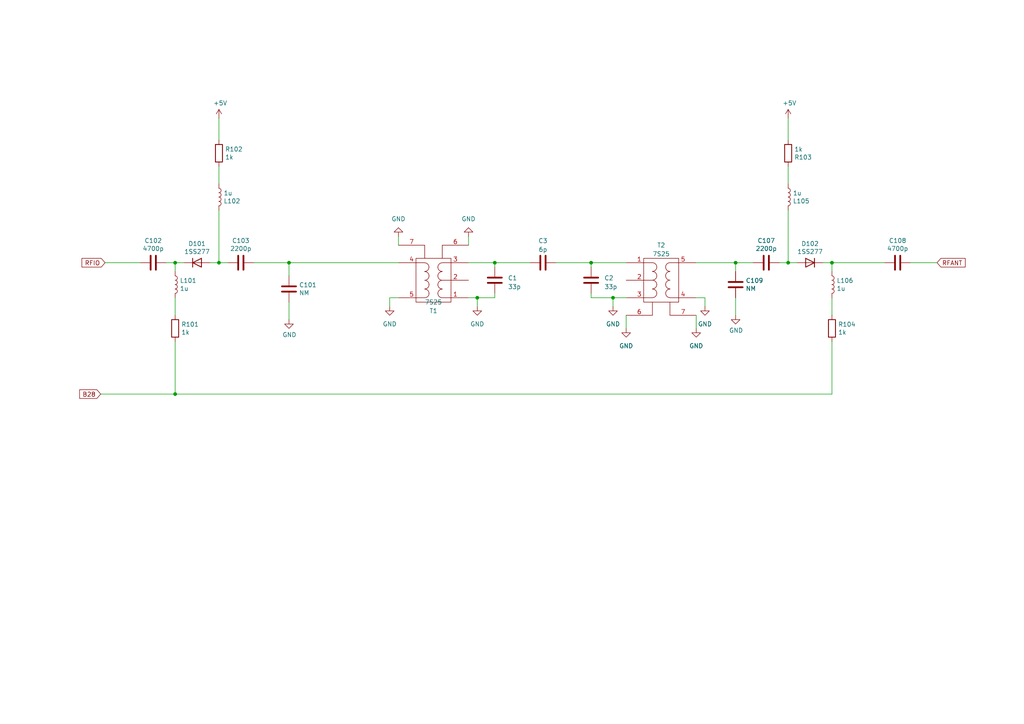
<source format=kicad_sch>
(kicad_sch (version 20230121) (generator eeschema)
  (paper "A4")
  (title_block (title "FM QRP TRCV") (date "2022-03-12") (rev "1") (company "JK1MLY / PRUG"))
  (lib_symbols
    (symbol "Device:C" (pin_numbers hide) (pin_names (offset 0.254))
      (property "Reference" "C" (at 0.635 2.54 0))
      (property "Value" "C" (at 0.635 -2.54 0))
      (symbol "C_0_1"
        (polyline (pts (xy -2.032 -0.762) (xy 2.032 -0.762)) (stroke (width 0.508)))
        (polyline (pts (xy -2.032 0.762) (xy 2.032 0.762)) (stroke (width 0.508)))
      )
      (symbol "C_1_1"
        (pin passive line (at 0 3.81 270) (length 2.794) (name "~") (number "1"))
        (pin passive line (at 0 -3.81 90) (length 2.794) (name "~") (number "2"))
      )
    )
    (symbol "Device:D" (pin_numbers hide) (pin_names (offset 1.016) hide)
      (property "Reference" "D" (at 0 2.54 0))
      (property "Value" "D" (at 0 -2.54 0))
      (symbol "D_0_1"
        (polyline (pts (xy -1.27 1.27) (xy -1.27 -1.27)) (stroke (width 0.254)))
        (polyline (pts (xy 1.27 0) (xy -1.27 0)))
        (polyline (pts (xy 1.27 1.27) (xy 1.27 -1.27) (xy -1.27 0) (xy 1.27 1.27)) (stroke (width 0.254)))
      )
      (symbol "D_1_1"
        (pin passive line (at -3.81 0 0) (length 2.54) (name "K") (number "1"))
        (pin passive line (at 3.81 0 180) (length 2.54) (name "A") (number "2"))
      )
    )
    (symbol "Device:L" (pin_numbers hide) (pin_names (offset 1.016) hide)
      (property "Reference" "L" (at -1.27 0 90))
      (property "Value" "L" (at 1.905 0 90))
      (symbol "L_0_1"
        (arc (start 0 -2.54) (mid 0.6323 -1.905) (end 0 -1.27))
        (arc (start 0 -1.27) (mid 0.6323 -0.635) (end 0 0))
        (arc (start 0 0) (mid 0.6323 0.635) (end 0 1.27))
        (arc (start 0 1.27) (mid 0.6323 1.905) (end 0 2.54))
      )
      (symbol "L_1_1"
        (pin passive line (at 0 3.81 270) (length 1.27) (name "1") (number "1"))
        (pin passive line (at 0 -3.81 90) (length 1.27) (name "2") (number "2"))
      )
    )
    (symbol "Device:R" (pin_numbers hide) (pin_names (offset 0))
      (property "Reference" "R" (at 2.032 0 90))
      (property "Value" "R" (at 0 0 90))
      (symbol "R_0_1"
        (rectangle (start -1.016 -2.54) (end 1.016 2.54) (stroke (width 0.254)))
      )
      (symbol "R_1_1"
        (pin passive line (at 0 3.81 270) (length 1.27) (name "~") (number "1"))
        (pin passive line (at 0 -3.81 90) (length 1.27) (name "~") (number "2"))
      )
    )
    (symbol "GND_10" (power) (pin_names (offset 0))
      (property "Value" "GND_10" (at 0 -3.81 0))
      (symbol "GND_10_0_1"
        (polyline (pts (xy 0 0) (xy 0 -1.27) (xy 1.27 -1.27) (xy 0 -2.54) (xy -1.27 -1.27) (xy 0 -1.27)))
      )
      (symbol "GND_10_1_1"
        (pin power_in line (at 0 0 270) (length 0) hide (name "GND") (number "1"))
      )
    )
    (symbol "GND_11" (power) (pin_names (offset 0))
      (property "Value" "GND_11" (at 0 -3.81 0))
      (symbol "GND_11_0_1"
        (polyline (pts (xy 0 0) (xy 0 -1.27) (xy 1.27 -1.27) (xy 0 -2.54) (xy -1.27 -1.27) (xy 0 -1.27)))
      )
      (symbol "GND_11_1_1"
        (pin power_in line (at 0 0 270) (length 0) hide (name "GND") (number "1"))
      )
    )
    (symbol "GND_14" (power) (pin_names (offset 0))
      (property "Value" "GND_14" (at 0 -3.81 0))
      (symbol "GND_14_0_1"
        (polyline (pts (xy 0 0) (xy 0 -1.27) (xy 1.27 -1.27) (xy 0 -2.54) (xy -1.27 -1.27) (xy 0 -1.27)))
      )
      (symbol "GND_14_1_1"
        (pin power_in line (at 0 0 270) (length 0) hide (name "GND") (number "1"))
      )
    )
    (symbol "GND_2" (power) (pin_names (offset 0))
      (property "Value" "GND_2" (at 0 -3.81 0))
      (symbol "GND_2_0_1"
        (polyline (pts (xy 0 0) (xy 0 -1.27) (xy 1.27 -1.27) (xy 0 -2.54) (xy -1.27 -1.27) (xy 0 -1.27)))
      )
      (symbol "GND_2_1_1"
        (pin power_in line (at 0 0 270) (length 0) hide (name "GND") (number "1"))
      )
    )
    (symbol "GND_3" (power) (pin_names (offset 0))
      (property "Value" "GND_3" (at 0 -3.81 0))
      (symbol "GND_3_0_1"
        (polyline (pts (xy 0 0) (xy 0 -1.27) (xy 1.27 -1.27) (xy 0 -2.54) (xy -1.27 -1.27) (xy 0 -1.27)))
      )
      (symbol "GND_3_1_1"
        (pin power_in line (at 0 0 270) (length 0) hide (name "GND") (number "1"))
      )
    )
    (symbol "GND_4" (power) (pin_names (offset 0))
      (property "Value" "GND_4" (at 0 -3.81 0))
      (symbol "GND_4_0_1"
        (polyline (pts (xy 0 0) (xy 0 -1.27) (xy 1.27 -1.27) (xy 0 -2.54) (xy -1.27 -1.27) (xy 0 -1.27)))
      )
      (symbol "GND_4_1_1"
        (pin power_in line (at 0 0 270) (length 0) hide (name "GND") (number "1"))
      )
    )
    (symbol "GND_5" (power) (pin_names (offset 0))
      (property "Value" "GND_5" (at 0 -3.81 0))
      (symbol "GND_5_0_1"
        (polyline (pts (xy 0 0) (xy 0 -1.27) (xy 1.27 -1.27) (xy 0 -2.54) (xy -1.27 -1.27) (xy 0 -1.27)))
      )
      (symbol "GND_5_1_1"
        (pin power_in line (at 0 0 270) (length 0) hide (name "GND") (number "1"))
      )
    )
    (symbol "GND_7" (power) (pin_names (offset 0))
      (property "Value" "GND_7" (at 0 -3.81 0))
      (symbol "GND_7_0_1"
        (polyline (pts (xy 0 0) (xy 0 -1.27) (xy 1.27 -1.27) (xy 0 -2.54) (xy -1.27 -1.27) (xy 0 -1.27)))
      )
      (symbol "GND_7_1_1"
        (pin power_in line (at 0 0 270) (length 0) hide (name "GND") (number "1"))
      )
    )
    (symbol "Usr_Library:Transformer_SP_1S" (pin_names (offset 1.016) hide)
      (property "Reference" "T" (at 0 6.35 0))
      (property "Value" "Transformer_SP_1S" (at 0 -12.7 0))
      (symbol "Transformer_SP_1S_0_1"
        (arc (start -2.54 -5.0546) (mid -1.6599 -4.6901) (end -1.27 -3.81))
        (arc (start -2.54 -2.5146) (mid -1.6599 -2.1501) (end -1.27 -1.27))
        (arc (start -2.54 0.0254) (mid -1.6599 0.3899) (end -1.27 1.27))
        (arc (start -2.54 2.5654) (mid -1.6599 2.9299) (end -1.27 3.81))
        (arc (start -1.27 -3.81) (mid -1.642 -2.912) (end -2.54 -2.54))
        (arc (start -1.27 -1.27) (mid -1.642 -0.372) (end -2.54 0))
        (arc (start -1.27 1.27) (mid -1.642 2.168) (end -2.54 2.54))
        (arc (start -1.27 3.81) (mid -1.642 4.708) (end -2.54 5.08))
        (polyline (pts (xy -2.54 -10.16) (xy -2.54 -6.35)))
        (polyline (pts (xy 2.54 -10.16) (xy 2.54 -6.35)))
        (polyline (pts (xy -5.08 -6.35) (xy 5.08 -6.35) (xy 5.08 6.35) (xy -5.08 6.35) (xy -5.08 -6.35)))
        (arc (start 1.2954 -1.27) (mid 1.6599 -2.1501) (end 2.54 -2.5146))
        (arc (start 1.2954 1.27) (mid 1.6599 0.3899) (end 2.54 0.0254))
        (arc (start 1.2954 3.81) (mid 1.6599 2.9299) (end 2.54 2.5654))
        (arc (start 1.3208 -3.81) (mid 1.6853 -4.6901) (end 2.5654 -5.0546))
        (arc (start 2.54 0) (mid 1.642 -0.372) (end 1.2954 -1.27))
        (arc (start 2.54 2.54) (mid 1.642 2.168) (end 1.2954 1.27))
        (arc (start 2.54 5.08) (mid 1.642 4.708) (end 1.2954 3.81))
        (arc (start 2.5654 -2.54) (mid 1.6674 -2.912) (end 1.3208 -3.81))
      )
      (symbol "Transformer_SP_1S_1_1"
        (pin passive line (at -10.16 5.08 0) (length 7.62) (name "PR1") (number "1"))
        (pin passive line (at -10.16 0 0) (length 7.62) (name "PM") (number "2"))
        (pin passive line (at -10.16 -5.08 0) (length 7.62) (name "PR2") (number "3"))
        (pin passive line (at 10.16 -5.08 180) (length 7.62) (name "S1") (number "4"))
        (pin passive line (at 10.16 5.08 180) (length 7.62) (name "S2") (number "5"))
        (pin passive line (at -10.16 -10.16 0) (length 7.62) (name "G1") (number "6"))
        (pin passive line (at 10.16 -10.16 180) (length 7.62) (name "G2") (number "7"))
      )
    )
    (symbol "power:+5V" (power) (pin_names (offset 0))
      (property "Value" "+5V" (at 0 3.556 0))
      (symbol "+5V_0_1"
        (polyline (pts (xy -0.762 1.27) (xy 0 2.54)))
        (polyline (pts (xy 0 0) (xy 0 2.54)))
        (polyline (pts (xy 0 2.54) (xy 0.762 1.27)))
      )
      (symbol "+5V_1_1"
        (pin power_in line (at 0 0 90) (length 0) hide (name "+5V") (number "1"))
      )
    )
    (symbol "power:GND" (power) (pin_names (offset 0))
      (property "Value" "GND" (at 0 -3.81 0))
      (symbol "GND_0_1"
        (polyline (pts (xy 0 0) (xy 0 -1.27) (xy 1.27 -1.27) (xy 0 -2.54) (xy -1.27 -1.27) (xy 0 -1.27)))
      )
      (symbol "GND_1_1"
        (pin power_in line (at 0 0 270) (length 0) hide (name "GND") (number "1"))
      )
    )
  )
  (junction (at 171.45 76.2))
  (junction (at 228.6 76.2))
  (junction (at 138.43 86.36))
  (junction (at 241.3 76.2))
  (junction (at 177.8 86.36))
  (junction (at 143.51 76.2))
  (junction (at 213.36 76.2))
  (junction (at 83.82 76.2))
  (junction (at 50.8 76.2))
  (junction (at 63.5 76.2))
  (junction (at 50.8 114.3))
  (wire (pts (xy 113.03 86.36) (xy 113.03 88.9)))
  (wire (pts (xy 213.36 78.74) (xy 213.36 76.2)))
  (wire (pts (xy 115.57 68.58) (xy 115.57 71.12)))
  (wire (pts (xy 201.93 76.2) (xy 213.36 76.2)))
  (wire (pts (xy 204.47 88.9) (xy 204.47 86.36)))
  (wire (pts (xy 161.29 76.2) (xy 171.45 76.2)))
  (wire (pts (xy 143.51 76.2) (xy 143.51 77.47)))
  (wire (pts (xy 143.51 86.36) (xy 143.51 85.09)))
  (wire (pts (xy 63.5 60.96) (xy 63.5 76.2)))
  (wire (pts (xy 213.36 76.2) (xy 218.44 76.2)))
  (wire (pts (xy 60.96 76.2) (xy 63.5 76.2)))
  (wire (pts (xy 63.5 48.26) (xy 63.5 53.34)))
  (wire (pts (xy 171.45 86.36) (xy 171.45 85.09)))
  (wire (pts (xy 83.82 87.63) (xy 83.82 92.71)))
  (wire (pts (xy 264.16 76.2) (xy 271.78 76.2)))
  (wire (pts (xy 241.3 99.06) (xy 241.3 114.3)))
  (wire (pts (xy 226.06 76.2) (xy 228.6 76.2)))
  (wire (pts (xy 50.8 114.3) (xy 241.3 114.3)))
  (wire (pts (xy 238.76 76.2) (xy 241.3 76.2)))
  (wire (pts (xy 213.36 86.36) (xy 213.36 91.44)))
  (wire (pts (xy 50.8 76.2) (xy 48.26 76.2)))
  (wire (pts (xy 63.5 76.2) (xy 66.04 76.2)))
  (wire (pts (xy 138.43 86.36) (xy 138.43 88.9)))
  (wire (pts (xy 228.6 48.26) (xy 228.6 53.34)))
  (wire (pts (xy 177.8 86.36) (xy 177.8 88.9)))
  (wire (pts (xy 171.45 76.2) (xy 171.45 77.47)))
  (wire (pts (xy 50.8 76.2) (xy 50.8 78.74)))
  (wire (pts (xy 135.89 68.58) (xy 135.89 71.12)))
  (wire (pts (xy 171.45 76.2) (xy 181.61 76.2)))
  (wire (pts (xy 228.6 34.29) (xy 228.6 40.64)))
  (wire (pts (xy 83.82 76.2) (xy 83.82 80.01)))
  (wire (pts (xy 228.6 76.2) (xy 231.14 76.2)))
  (wire (pts (xy 204.47 86.36) (xy 201.93 86.36)))
  (wire (pts (xy 177.8 86.36) (xy 171.45 86.36)))
  (wire (pts (xy 135.89 76.2) (xy 143.51 76.2)))
  (wire (pts (xy 143.51 76.2) (xy 153.67 76.2)))
  (wire (pts (xy 138.43 86.36) (xy 143.51 86.36)))
  (wire (pts (xy 201.93 91.44) (xy 201.93 95.25)))
  (wire (pts (xy 53.34 76.2) (xy 50.8 76.2)))
  (wire (pts (xy 50.8 114.3) (xy 29.21 114.3)))
  (wire (pts (xy 181.61 86.36) (xy 177.8 86.36)))
  (wire (pts (xy 115.57 86.36) (xy 113.03 86.36)))
  (wire (pts (xy 241.3 86.36) (xy 241.3 91.44)))
  (wire (pts (xy 241.3 76.2) (xy 256.54 76.2)))
  (wire (pts (xy 135.89 86.36) (xy 138.43 86.36)))
  (wire (pts (xy 30.48 76.2) (xy 40.64 76.2)))
  (wire (pts (xy 50.8 86.36) (xy 50.8 91.44)))
  (wire (pts (xy 73.66 76.2) (xy 83.82 76.2)))
  (wire (pts (xy 181.61 91.44) (xy 181.61 95.25)))
  (wire (pts (xy 83.82 76.2) (xy 115.57 76.2)))
  (wire (pts (xy 63.5 34.29) (xy 63.5 40.64)))
  (wire (pts (xy 50.8 99.06) (xy 50.8 114.3)))
  (wire (pts (xy 228.6 60.96) (xy 228.6 76.2)))
  (wire (pts (xy 241.3 76.2) (xy 241.3 78.74)))
  (global_label "B28" (shape input) (at 29.21 114.3 180) (property "Intersheetrefs" "${INTERSHEET_REFS}" (effects hide)))
  (global_label "RFIO" (shape input) (at 30.48 76.2 180) (property "Intersheetrefs" "${INTERSHEET_REFS}" (effects hide)))
  (global_label "RFANT" (shape input) (at 271.78 76.2 0) (property "Intersheetrefs" "${INTERSHEET_REFS}" (effects hide)))
  (symbol (lib_id "Device:D") (at 57.15 76.2 0) (unit 1)
    (property "Reference" "D101" (at 57.15 70.6882 0))
    (property "Value" "1SS277" (at 57.15 72.9996 0))
    (property "Footprint" "Diode_THT:D_A-405_P2.54mm_Vertical_AnodeUp" (effects hide))
    (property "Datasheet" "I-10623" (effects hide))
  )
  (symbol (lib_id "Device:D") (at 234.95 76.2 0) (mirror y) (unit 1)
    (property "Reference" "D102" (at 234.95 70.6882 0))
    (property "Value" "1SS277" (at 234.95 72.9996 0))
    (property "Footprint" "Diode_THT:D_A-405_P2.54mm_Vertical_AnodeUp" (effects hide))
    (property "Datasheet" "I-10623" (effects hide))
  )
  (symbol (lib_id "Device:L") (at 241.3 82.55 0) (unit 1)
    (property "Reference" "L106" (at 242.6462 81.3816 0) (effects (justify left)))
    (property "Value" "1u" (at 242.6462 83.693 0) (effects (justify left)))
    (property "Footprint" "Resistor_THT:R_Axial_DIN0207_L6.3mm_D2.5mm_P2.54mm_Vertical" (effects hide))
    (property "Datasheet" "P-03961" (effects hide))
  )
  (symbol (lib_id "Device:R") (at 63.5 44.45 0) (unit 1)
    (property "Reference" "R102" (at 65.278 43.2816 0) (effects (justify left)))
    (property "Value" "1k" (at 65.278 45.593 0) (effects (justify left)))
    (property "Footprint" "Resistor_THT:R_Axial_DIN0207_L6.3mm_D2.5mm_P2.54mm_Vertical" (effects hide))
  )
  (symbol (lib_id "Device:R") (at 241.3 95.25 0) (unit 1)
    (property "Reference" "R104" (at 243.078 94.0816 0) (effects (justify left)))
    (property "Value" "1k" (at 243.078 96.393 0) (effects (justify left)))
    (property "Footprint" "Resistor_THT:R_Axial_DIN0207_L6.3mm_D2.5mm_P2.54mm_Vertical" (effects hide))
  )
  (symbol (lib_id "Device:C") (at 69.85 76.2 90) (unit 1)
    (property "Reference" "C103" (at 69.85 69.7992 90))
    (property "Value" "2200p" (at 69.85 72.1106 90))
    (property "Footprint" "Capacitor_THT:C_Disc_D3.4mm_W2.1mm_P2.50mm" (effects hide))
  )
  (symbol (lib_id "Device:C") (at 222.25 76.2 90) (unit 1)
    (property "Reference" "C107" (at 222.25 69.7992 90))
    (property "Value" "2200p" (at 222.25 72.1106 90))
    (property "Footprint" "Capacitor_THT:C_Disc_D3.4mm_W2.1mm_P2.50mm" (effects hide))
  )
  (symbol (lib_id "Device:L") (at 50.8 82.55 0) (unit 1)
    (property "Reference" "L101" (at 52.1462 81.3816 0) (effects (justify left)))
    (property "Value" "1u" (at 52.1462 83.693 0) (effects (justify left)))
    (property "Footprint" "Resistor_THT:R_Axial_DIN0207_L6.3mm_D2.5mm_P2.54mm_Vertical" (effects hide))
    (property "Datasheet" "P-03961" (effects hide))
  )
  (symbol (lib_id "Device:R") (at 50.8 95.25 0) (unit 1)
    (property "Reference" "R101" (at 52.578 94.0816 0) (effects (justify left)))
    (property "Value" "1k" (at 52.578 96.393 0) (effects (justify left)))
    (property "Footprint" "Resistor_THT:R_Axial_DIN0207_L6.3mm_D2.5mm_P2.54mm_Vertical" (effects hide))
  )
  (symbol (lib_id "Device:L") (at 63.5 57.15 0) (mirror x) (unit 1)
    (property "Reference" "L102" (at 64.8462 58.3184 0) (effects (justify left)))
    (property "Value" "1u" (at 64.8462 56.007 0) (effects (justify left)))
    (property "Footprint" "Resistor_THT:R_Axial_DIN0207_L6.3mm_D2.5mm_P2.54mm_Vertical" (effects hide))
    (property "Datasheet" "P-03961" (effects hide))
  )
  (symbol (lib_id "Device:R") (at 228.6 44.45 0) (mirror x) (unit 1)
    (property "Reference" "R103" (at 230.378 45.6184 0) (effects (justify left)))
    (property "Value" "1k" (at 230.378 43.307 0) (effects (justify left)))
    (property "Footprint" "Resistor_THT:R_Axial_DIN0207_L6.3mm_D2.5mm_P2.54mm_Vertical" (effects hide))
  )
  (symbol (lib_id "Device:L") (at 228.6 57.15 0) (mirror x) (unit 1)
    (property "Reference" "L105" (at 229.9462 58.3184 0) (effects (justify left)))
    (property "Value" "1u" (at 229.9462 56.007 0) (effects (justify left)))
    (property "Footprint" "Resistor_THT:R_Axial_DIN0207_L6.3mm_D2.5mm_P2.54mm_Vertical" (effects hide))
    (property "Datasheet" "P-03961" (effects hide))
  )
  (symbol (lib_id "power:+5V") (at 63.5 34.29 0) (unit 1)
    (property "Reference" "#PWR0102" (effects hide))
    (property "Value" "+5V" (at 63.881 29.8958 0))
  )
  (symbol (lib_id "power:+5V") (at 228.6 34.29 0) (unit 1)
    (property "Reference" "#PWR0111" (effects hide))
    (property "Value" "+5V" (at 228.981 29.8958 0))
  )
  (symbol (lib_id "Device:C") (at 260.35 76.2 90) (unit 1)
    (property "Reference" "C108" (at 260.35 69.7992 90))
    (property "Value" "4700p" (at 260.35 72.1106 90))
    (property "Footprint" "Capacitor_THT:C_Disc_D3.4mm_W2.1mm_P2.50mm" (effects hide))
  )
  (symbol (lib_id "Device:C") (at 44.45 76.2 90) (unit 1)
    (property "Reference" "C102" (at 44.45 69.7992 90))
    (property "Value" "4700p" (at 44.45 72.1106 90))
    (property "Footprint" "Capacitor_THT:C_Disc_D3.4mm_W2.1mm_P2.50mm" (effects hide))
  )
  (symbol (lib_id "Device:C") (at 83.82 83.82 0) (unit 1)
    (property "Reference" "C101" (at 86.741 82.6516 0) (effects (justify left)))
    (property "Value" "NM" (at 86.741 84.963 0) (effects (justify left)))
    (property "Footprint" "Capacitor_THT:C_Disc_D3.4mm_W2.1mm_P2.50mm" (effects hide))
  )
  (symbol (lib_id "power:GND") (at 83.82 92.71 0) (unit 1)
    (property "Reference" "#PWR0101" (effects hide))
    (property "Value" "GND" (at 83.947 97.1042 0))
  )
  (symbol (lib_id "Device:C") (at 213.36 82.55 0) (unit 1)
    (property "Reference" "C109" (at 216.281 81.3816 0) (effects (justify left)))
    (property "Value" "NM" (at 216.281 83.693 0) (effects (justify left)))
    (property "Footprint" "Capacitor_THT:C_Disc_D3.4mm_W2.1mm_P2.50mm" (effects hide))
  )
  (symbol (lib_id "power:GND") (at 213.36 91.44 0) (unit 1)
    (property "Reference" "#PWR0112" (effects hide))
    (property "Value" "GND" (at 213.487 95.8342 0))
  )
  (symbol (lib_name "GND_7") (lib_id "power:GND") (at 115.57 68.58 180) (unit 1)
    (property "Reference" "#PWR010" (effects hide))
    (property "Value" "GND" (at 115.57 63.5 0))
    (instances (project "mod-bpf" (path "" (reference "#PWR010") (unit 1))) (project "fm_qrp2" (path "" (reference "#PWR0104") (unit 1))))
  )
  (symbol (lib_name "GND_3") (lib_id "power:GND") (at 201.93 95.25 0) (unit 1)
    (property "Reference" "#PWR011" (effects hide))
    (property "Value" "GND" (at 201.93 100.33 0))
    (instances (project "mod-bpf" (path "" (reference "#PWR011") (unit 1))) (project "fm_qrp2" (path "" (reference "#PWR0109") (unit 1))))
  )
  (symbol (lib_id "Device:C") (at 171.45 81.28 0) (unit 1)
    (property "Reference" "C2" (at 175.26 80.645 0) (effects (justify left)))
    (property "Value" "33p" (at 175.26 83.185 0) (effects (justify left)))
    (property "Footprint" "Capacitor_THT:C_Disc_D3.0mm_W2.0mm_P2.50mm" (effects hide))
    (instances (project "mod-bpf" (path "" (reference "C2") (unit 1))) (project "fm_qrp2" (path "" (reference "C106") (unit 1))))
  )
  (symbol (lib_name "GND_14") (lib_id "power:GND") (at 138.43 88.9 0) (unit 1)
    (property "Reference" "#PWR01" (effects hide))
    (property "Value" "GND" (at 138.43 93.98 0))
    (instances (project "mod-bpf" (path "" (reference "#PWR01") (unit 1))) (project "fm_qrp2" (path "" (reference "#PWR0106") (unit 1))))
  )
  (symbol (lib_name "GND_10") (lib_id "power:GND") (at 113.03 88.9 0) (unit 1)
    (property "Reference" "#PWR02" (effects hide))
    (property "Value" "GND" (at 113.03 93.98 0))
    (instances (project "mod-bpf" (path "" (reference "#PWR02") (unit 1))) (project "fm_qrp2" (path "" (reference "#PWR0103") (unit 1))))
  )
  (symbol (lib_id "Device:C") (at 157.48 76.2 270) (unit 1)
    (property "Reference" "C3" (at 157.48 69.85 90))
    (property "Value" "6p" (at 157.48 72.39 90))
    (property "Footprint" "Capacitor_THT:C_Disc_D3.0mm_W2.0mm_P2.50mm" (effects hide))
    (instances (project "mod-bpf" (path "" (reference "C3") (unit 1))) (project "fm_qrp2" (path "" (reference "C105") (unit 1))))
  )
  (symbol (lib_name "GND_2") (lib_id "power:GND") (at 204.47 88.9 0) (unit 1)
    (property "Reference" "#PWR04" (effects hide))
    (property "Value" "GND" (at 204.47 93.98 0))
    (instances (project "mod-bpf" (path "" (reference "#PWR04") (unit 1))) (project "fm_qrp2" (path "" (reference "#PWR0110") (unit 1))))
  )
  (symbol (lib_id "Usr_Library:Transformer_SP_1S") (at 191.77 81.28 0) (unit 1)
    (property "Reference" "T2" (at 191.77 71.12 0))
    (property "Value" "7S25" (at 191.77 73.66 0))
    (property "Footprint" "usr-Library:coil_7mm" (effects hide))
    (instances (project "mod-bpf" (path "" (reference "T2") (unit 1))) (project "fm_qrp2" (path "" (reference "L104") (unit 1))))
  )
  (symbol (lib_name "GND_11") (lib_id "power:GND") (at 135.89 68.58 180) (unit 1)
    (property "Reference" "#PWR09" (effects hide))
    (property "Value" "GND" (at 135.89 63.5 0))
    (instances (project "mod-bpf" (path "" (reference "#PWR09") (unit 1))) (project "fm_qrp2" (path "" (reference "#PWR0105") (unit 1))))
  )
  (symbol (lib_name "GND_4") (lib_id "power:GND") (at 181.61 95.25 0) (unit 1)
    (property "Reference" "#PWR012" (effects hide))
    (property "Value" "GND" (at 181.61 100.33 0))
    (instances (project "mod-bpf" (path "" (reference "#PWR012") (unit 1))) (project "fm_qrp2" (path "" (reference "#PWR0108") (unit 1))))
  )
  (symbol (lib_id "Usr_Library:Transformer_SP_1S") (at 125.73 81.28 180) (unit 1)
    (property "Reference" "T1" (at 125.7173 90.17 0))
    (property "Value" "7S25" (at 125.7173 87.63 0))
    (property "Footprint" "usr-Library:coil_7mm" (effects hide))
    (instances (project "mod-bpf" (path "" (reference "T1") (unit 1))) (project "fm_qrp2" (path "" (reference "L103") (unit 1))))
  )
  (symbol (lib_id "Device:C") (at 143.51 81.28 0) (unit 1)
    (property "Reference" "C1" (at 147.32 80.645 0) (effects (justify left)))
    (property "Value" "33p" (at 147.32 83.185 0) (effects (justify left)))
    (property "Footprint" "Capacitor_THT:C_Disc_D3.0mm_W2.0mm_P2.50mm" (effects hide))
    (instances (project "mod-bpf" (path "" (reference "C1") (unit 1))) (project "fm_qrp2" (path "" (reference "C104") (unit 1))))
  )
  (symbol (lib_name "GND_5") (lib_id "power:GND") (at 177.8 88.9 0) (unit 1)
    (property "Reference" "#PWR03" (effects hide))
    (property "Value" "GND" (at 177.8 93.98 0))
    (instances (project "mod-bpf" (path "" (reference "#PWR03") (unit 1))) (project "fm_qrp2" (path "" (reference "#PWR0107") (unit 1))))
  )
)
</source>
